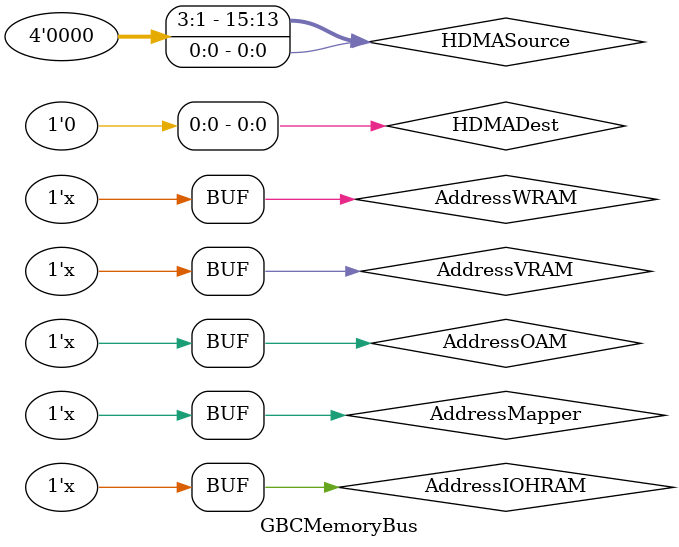
<source format=sv>

module GBCMemoryBus
#(
    parameter DeviceType = "Xilinx",
    parameter LowPower = 0
)
(
    IWishbone.SysCon SysCon,

    // RAM for memory map
    IWishbone.Initiator SystemRAM, // Gameboy system RAM
    IWishbone.Initiator VideoRAM, // Video module

    // Cartridge controller
    IWishbone.Initiator Cartridge,
    // System bus it exposes
    // Communication to main system via TGC.  System can call for boot from ROM, and controller can
    // call for save states and save RAM.
    IWishbone.Target MemoryBus
);

    logic IsCGB;
    wire VRAMBank;
    wire [2:0] WRAMBank;
    wire [7:0] OAMDMA;
    wire [15:0] HDMASource;
    wire [12:0] HDMADest;
    wire [6:0] HDMALength;
    wire HDMAMode;
    logic [7:0] HRAM ['h00:'hff];

    assign OAMDMA = HRAM['h46];
    assign VRAMBank = HRAM['h4f][0];
    assign HDMASource = {HRAM['h51], HRAM['h52][7:4], '0};
    assign HDMADest = {HRAM['h53], HRAM['h54][7:4], '0};
    assign HDMALength = HRAM['h55][6:0];
    assign HDMAMode = HRAM['h55][7];
    assign WRAMBank = HRAM['h70][2:0];

    wire AddressMapper;
    wire AddressIOHRAM;
    wire AddressVRAM;
    wire AddressWRAM;
    wire AddressOAM;
    wire i_valid;
    
    assign i_valid = MemoryBus.CYC && MemoryBus.STB;

    assign AddressOAM = MemoryBus.ADDR[15:8] == 'hfe
                     && MemoryBus.ADDR[7:5] != 'b101 // 0xa
                     && MemoryBus.ADDR[7:6] != 'b11; // more than 0xa
    // ==================================
    // = Map VideoRAM to $8000 to $9FFF =
    // ================================== 
    // $FF4F [0] selects which bank
    // 1000 0000 0000 0000
    // 1001 1111 1111 1111
    // VRAM and OAM are dual-port, accessible by the System Bus and the Video device concurrently.
    // During access by the Video device in mode 2, Video sends CTG='b01 (OAM).  In mode 3, it sends
    // it sends CTG='b11 (Video and OAM).
    //
    // The System Bus sendsn CTG='b1 during an OAM DMA, which overrides video access to OAM and
    // causes blank lines to be drawn.  With HDMA, nothing special happens, aside from pausing the
    // CPU during HDMA transfer.  The System Bus pauses the CPU by responding to an access request
    // with RTY, which tells the Gameboy to continue stalling the CPU and to acknowledge a ClkEn
    // rather than stalling.
    assign AddressVRAM = MemoryBus.ADDR[15:13] == 'b100;

    // VRAM Address:
    // VRAMBank + ADDR[12:0]
    assign AddressIOHRAM = MemoryBus.ADDR[15:8] == 'hff;
    assign AddressWRAM = MemoryBus.ADDR[15:13] == 'b110;
    
    logic [7:0] DOutReg;

    // ======================================================
    // = Map Cartridge to $0000 to $7FFF and $A000 to $BFFF =
    // ======================================================
    // Mapper supplies:
    //   - $0000-$3FFF fixed bank ROM
    //   - $4000-$7FFF bank swap ROM
    //   - $A000-$BFFF 8k cartridge ram space
    // 3 inputs
    assign AddressMapper = !MemoryBus.ADDR[15] || MemoryBus.ADDR[15:13] == 'b101;

    // VRAM bank or OAM
    // VRAM address is always
    // AddressOAM ? MemoryBus.ADDR : { 2'b00, VRAMBank, MemoryBus.ADDR[12:0] }

    // =======================================================
    // = Map SystemRAM to $C000 to $DFFF echo $E000 to $FDFF =
    // =======================================================
    // Bank 0 at $C000 to $CFFF
    // Banks 1-7 at $D000 to $DFFF

    // System RAM Bank 0:
    // 1100 0000 0000 0000
    // 1100 1111 1111 1111

    // System RAM bank 1-7:
    // 1101 0000 0000 0000
    // 1101 1111 1111 1111

    // Banks are 4KiB, so the address for $D000-$DFFF is 12 bits plus the bank number at the top.
    // Bank select 0 puts bank 1 at $D000.
    // The bank select is $FF70 [2:0]
    // 2 inputs
    // { (MemoryBus.ADDR[13:12] == 'b00) ? 'b00 : (WRAMBank || 'b00),
    //   MemoryBus.ADDR[11:0] }

    always_ff @(posedge SysCon.CLK)
    begin
        if (SysCon.RST)
        begin
            // TODO:  Set all outgoing CYC to 0, drop all pending responses
            SystemRAM.CYC <= '0;
            VideORAM.CYC <= '0;
            Cartridge.CYC <= '0;
        end else if (i_valid && !MemoryBus.STALL)
        begin
            if (AddressMapper)
            begin
            end
            if (AddressIOHRAM)
            begin
                if (MemoryBus.Address[7])
                begin
                    if (MemoryBus.WR) HRAM[MemoryBus.ADDR[7:0]] <= MemoryBus.DAT_ToTarget;
                    // XXX:  Bus switch control here!
                    MemoryBus.ACK <= '1;
                    if (!LowPower || !MemoryBus.WR)
                        MemoryBus.DAT_ToInitiator <= HRAM[MemoryBus.ADDR[7:0]];
                end else case (MemoryBus.ADDR[6:0])
                'h46, // OAM DMA
                'h4f, // CGB VRAM Bank
                'h51, // CGB HDMA
                'h52,
                'h53,
                'h54,
                'h55,
                'h70: // WRAM Bank
                    begin
                        if (MemoryBus.WR) HRAM[MemoryBus.ADDR[7:0]] <= MemoryBus.DAT_ToTarget;
                        // XXX:  Bus switch control here!
                        MemoryBus.ACK <= '1;
                        if (!LowPower || !MemoryBus.WR)
                            MemoryBus.DAT_ToInitiator <= HRAM[MemoryBus.ADDR[7:0]];
                    end
                endcase
            end
        end
    end

endmodule
</source>
